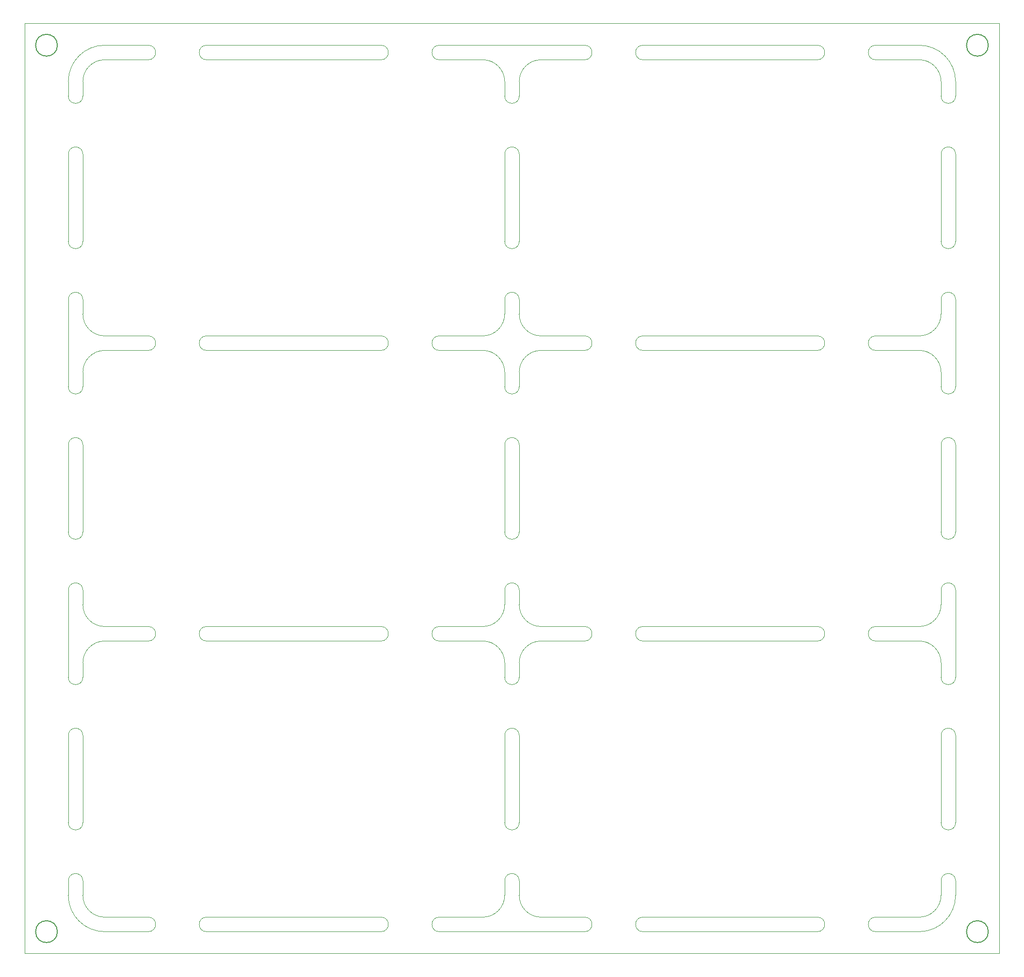
<source format=gbr>
%TF.GenerationSoftware,KiCad,Pcbnew,(5.99.0-9801-g46d71f0d23)*%
%TF.CreationDate,2021-03-17T23:59:57-04:00*%
%TF.ProjectId,PCB-S-Panelization,5043422d-532d-4506-916e-656c697a6174,rev?*%
%TF.SameCoordinates,Original*%
%TF.FileFunction,Profile,NP*%
%FSLAX46Y46*%
G04 Gerber Fmt 4.6, Leading zero omitted, Abs format (unit mm)*
G04 Created by KiCad (PCBNEW (5.99.0-9801-g46d71f0d23)) date 2021-03-17 23:59:57*
%MOMM*%
%LPD*%
G01*
G04 APERTURE LIST*
%TA.AperFunction,Profile*%
%ADD10C,0.100000*%
%TD*%
%TA.AperFunction,Profile*%
%ADD11C,0.127000*%
%TD*%
G04 APERTURE END LIST*
D10*
X181610000Y-85090000D02*
X181610000Y-82550000D01*
X29210000Y-173990000D02*
X29210000Y-171450000D01*
X105410000Y-161290000D02*
X105410000Y-146050000D01*
X175260000Y-177800000D02*
X167640000Y-177800000D01*
X167640000Y-25400000D02*
G75*
G03*
X167640000Y-27940000I0J-1270000D01*
G01*
X105410000Y-123190000D02*
X105410000Y-120650000D01*
X29210000Y-72390000D02*
X29210000Y-69850000D01*
X102870000Y-31750000D02*
G75*
G03*
X99060000Y-27940000I-3810000J0D01*
G01*
X157480000Y-180340000D02*
G75*
G03*
X157480000Y-177800000I0J1270000D01*
G01*
X99060000Y-177800000D02*
X91440000Y-177800000D01*
X40640000Y-27940000D02*
G75*
G03*
X40640000Y-25400000I0J1270000D01*
G01*
X105410000Y-59690000D02*
X105410000Y-44450000D01*
X181610000Y-72390000D02*
X181610000Y-82550000D01*
X29210000Y-161290000D02*
X29210000Y-146050000D01*
X102870000Y-120650000D02*
X102870000Y-123190000D01*
X189230000Y-21590000D02*
X19050000Y-21590000D01*
X19050000Y-184150000D02*
X189230000Y-184150000D01*
X102870000Y-82550000D02*
X102870000Y-85090000D01*
X33020000Y-129540000D02*
X40640000Y-129540000D01*
X127000000Y-25400000D02*
X157480000Y-25400000D01*
X116840000Y-76200000D02*
X109220000Y-76200000D01*
X99060000Y-78740000D02*
G75*
G02*
X102870000Y-82550000I0J-3810000D01*
G01*
X181610000Y-72390000D02*
X181610000Y-69850000D01*
X157480000Y-177800000D02*
X127000000Y-177800000D01*
X105410000Y-31750000D02*
G75*
G02*
X109220000Y-27940000I3810000J0D01*
G01*
X157480000Y-129540000D02*
G75*
G03*
X157480000Y-127000000I0J1270000D01*
G01*
X109220000Y-27940000D02*
X116840000Y-27940000D01*
X175260000Y-25400000D02*
X167640000Y-25400000D01*
X102870000Y-110490000D02*
G75*
G03*
X105410000Y-110490000I1270000J0D01*
G01*
X179070000Y-44450000D02*
X179070000Y-59690000D01*
X175260000Y-177800000D02*
G75*
G03*
X179070000Y-173990000I0J3810000D01*
G01*
D11*
X24765000Y-180340000D02*
G75*
G03*
X24765000Y-180340000I-1905000J0D01*
G01*
D10*
X91440000Y-180340000D02*
X116840000Y-180340000D01*
X26670000Y-82550000D02*
X26670000Y-85090000D01*
X81280000Y-180340000D02*
G75*
G03*
X81280000Y-177800000I0J1270000D01*
G01*
X40640000Y-76200000D02*
X33020000Y-76200000D01*
X175260000Y-127000000D02*
G75*
G03*
X179070000Y-123190000I0J3810000D01*
G01*
D11*
X187325000Y-25400000D02*
G75*
G03*
X187325000Y-25400000I-1905000J0D01*
G01*
D10*
X105410000Y-146050000D02*
G75*
G03*
X102870000Y-146050000I-1270000J0D01*
G01*
X116840000Y-177800000D02*
X109220000Y-177800000D01*
X167640000Y-127000000D02*
G75*
G03*
X167640000Y-129540000I0J-1270000D01*
G01*
X179070000Y-133350000D02*
X179070000Y-135890000D01*
X167640000Y-27940000D02*
X175260000Y-27940000D01*
X105410000Y-95250000D02*
G75*
G03*
X102870000Y-95250000I-1270000J0D01*
G01*
X179070000Y-146050000D02*
X179070000Y-161290000D01*
X29210000Y-171450000D02*
G75*
G03*
X26670000Y-171450000I-1270000J0D01*
G01*
X91440000Y-25400000D02*
G75*
G03*
X91440000Y-27940000I0J-1270000D01*
G01*
X50800000Y-129540000D02*
X81280000Y-129540000D01*
X179070000Y-110490000D02*
G75*
G03*
X181610000Y-110490000I1270000J0D01*
G01*
X181610000Y-123190000D02*
X181610000Y-133350000D01*
X109220000Y-129540000D02*
G75*
G03*
X105410000Y-133350000I0J-3810000D01*
G01*
X50800000Y-127000000D02*
G75*
G03*
X50800000Y-129540000I0J-1270000D01*
G01*
X181610000Y-171450000D02*
G75*
G03*
X179070000Y-171450000I-1270000J0D01*
G01*
X40640000Y-127000000D02*
X33020000Y-127000000D01*
X105410000Y-110490000D02*
X105410000Y-95250000D01*
X102870000Y-161290000D02*
G75*
G03*
X105410000Y-161290000I1270000J0D01*
G01*
X179070000Y-82550000D02*
G75*
G03*
X175260000Y-78740000I-3810000J0D01*
G01*
X181610000Y-161290000D02*
X181610000Y-146050000D01*
X81280000Y-177800000D02*
X50800000Y-177800000D01*
X26670000Y-120650000D02*
X26670000Y-123190000D01*
X179070000Y-135890000D02*
G75*
G03*
X181610000Y-135890000I1270000J0D01*
G01*
X33020000Y-25400000D02*
G75*
G03*
X26670000Y-31750000I0J-6350000D01*
G01*
X102870000Y-59690000D02*
G75*
G03*
X105410000Y-59690000I1270000J0D01*
G01*
X181610000Y-31750000D02*
G75*
G03*
X175260000Y-25400000I-6350000J0D01*
G01*
X179070000Y-85090000D02*
G75*
G03*
X181610000Y-85090000I1270000J0D01*
G01*
X91440000Y-78740000D02*
X99060000Y-78740000D01*
X29210000Y-173990000D02*
G75*
G03*
X33020000Y-177800000I3810000J0D01*
G01*
D11*
X24765000Y-25400000D02*
G75*
G03*
X24765000Y-25400000I-1905000J0D01*
G01*
D10*
X116840000Y-129540000D02*
G75*
G03*
X116840000Y-127000000I0J1270000D01*
G01*
X105410000Y-173990000D02*
X105410000Y-171450000D01*
X175260000Y-76200000D02*
X167640000Y-76200000D01*
X179070000Y-34290000D02*
G75*
G03*
X181610000Y-34290000I1270000J0D01*
G01*
X181610000Y-120650000D02*
G75*
G03*
X179070000Y-120650000I-1270000J0D01*
G01*
X105410000Y-44450000D02*
G75*
G03*
X102870000Y-44450000I-1270000J0D01*
G01*
X99060000Y-129540000D02*
G75*
G02*
X102870000Y-133350000I0J-3810000D01*
G01*
X175260000Y-127000000D02*
X167640000Y-127000000D01*
X127000000Y-78740000D02*
X157480000Y-78740000D01*
X29210000Y-95250000D02*
G75*
G03*
X26670000Y-95250000I-1270000J0D01*
G01*
X29210000Y-123190000D02*
G75*
G03*
X33020000Y-127000000I3810000J0D01*
G01*
X181610000Y-34290000D02*
X181610000Y-31750000D01*
X179070000Y-31750000D02*
X179070000Y-34290000D01*
X50800000Y-177800000D02*
G75*
G03*
X50800000Y-180340000I0J-1270000D01*
G01*
X91440000Y-127000000D02*
G75*
G03*
X91440000Y-129540000I0J-1270000D01*
G01*
X179070000Y-171450000D02*
X179070000Y-173990000D01*
X81280000Y-27940000D02*
G75*
G03*
X81280000Y-25400000I0J1270000D01*
G01*
X181610000Y-59690000D02*
X181610000Y-44450000D01*
X91440000Y-129540000D02*
X99060000Y-129540000D01*
X127000000Y-129540000D02*
X157480000Y-129540000D01*
X157480000Y-27940000D02*
G75*
G03*
X157480000Y-25400000I0J1270000D01*
G01*
X40640000Y-180340000D02*
X33020000Y-180340000D01*
X179070000Y-69850000D02*
X179070000Y-72390000D01*
X29210000Y-120650000D02*
G75*
G03*
X26670000Y-120650000I-1270000J0D01*
G01*
X50800000Y-27940000D02*
X81280000Y-27940000D01*
X29210000Y-44450000D02*
G75*
G03*
X26670000Y-44450000I-1270000J0D01*
G01*
X105410000Y-171450000D02*
G75*
G03*
X102870000Y-171450000I-1270000J0D01*
G01*
X116840000Y-25400000D02*
X91440000Y-25400000D01*
X81280000Y-76200000D02*
X50800000Y-76200000D01*
X26670000Y-146050000D02*
X26670000Y-161290000D01*
X181610000Y-173990000D02*
X181610000Y-171450000D01*
X102870000Y-44450000D02*
X102870000Y-59690000D01*
X105410000Y-120650000D02*
G75*
G03*
X102870000Y-120650000I-1270000J0D01*
G01*
X26670000Y-123190000D02*
X26670000Y-133350000D01*
X19050000Y-21590000D02*
X19050000Y-184150000D01*
X29210000Y-123190000D02*
X29210000Y-120650000D01*
X116840000Y-78740000D02*
G75*
G03*
X116840000Y-76200000I0J1270000D01*
G01*
X181610000Y-44450000D02*
G75*
G03*
X179070000Y-44450000I-1270000J0D01*
G01*
X26670000Y-59690000D02*
G75*
G03*
X29210000Y-59690000I1270000J0D01*
G01*
X157480000Y-78740000D02*
G75*
G03*
X157480000Y-76200000I0J1270000D01*
G01*
X179070000Y-82550000D02*
X179070000Y-85090000D01*
X40640000Y-129540000D02*
G75*
G03*
X40640000Y-127000000I0J1270000D01*
G01*
X181610000Y-95250000D02*
G75*
G03*
X179070000Y-95250000I-1270000J0D01*
G01*
X102870000Y-34290000D02*
G75*
G03*
X105410000Y-34290000I1270000J0D01*
G01*
X157480000Y-76200000D02*
X127000000Y-76200000D01*
X40640000Y-25400000D02*
X33020000Y-25400000D01*
X81280000Y-78740000D02*
G75*
G03*
X81280000Y-76200000I0J1270000D01*
G01*
X33020000Y-27940000D02*
X40640000Y-27940000D01*
X127000000Y-76200000D02*
G75*
G03*
X127000000Y-78740000I0J-1270000D01*
G01*
X167640000Y-129540000D02*
X175260000Y-129540000D01*
X33020000Y-78740000D02*
X40640000Y-78740000D01*
X26670000Y-173990000D02*
G75*
G03*
X33020000Y-180340000I6350000J0D01*
G01*
X105410000Y-72390000D02*
G75*
G03*
X109220000Y-76200000I3810000J0D01*
G01*
X102870000Y-135890000D02*
G75*
G03*
X105410000Y-135890000I1270000J0D01*
G01*
X29210000Y-31750000D02*
G75*
G02*
X33020000Y-27940000I3810000J0D01*
G01*
X81280000Y-129540000D02*
G75*
G03*
X81280000Y-127000000I0J1270000D01*
G01*
X105410000Y-34290000D02*
X105410000Y-31750000D01*
X179070000Y-59690000D02*
G75*
G03*
X181610000Y-59690000I1270000J0D01*
G01*
X29210000Y-133350000D02*
G75*
G02*
X33020000Y-129540000I3810000J0D01*
G01*
X29210000Y-82550000D02*
G75*
G02*
X33020000Y-78740000I3810000J0D01*
G01*
X102870000Y-69850000D02*
X102870000Y-72390000D01*
X26670000Y-95250000D02*
X26670000Y-110490000D01*
X109220000Y-78740000D02*
X116840000Y-78740000D01*
X116840000Y-27940000D02*
G75*
G03*
X116840000Y-25400000I0J1270000D01*
G01*
X102870000Y-146050000D02*
X102870000Y-161290000D01*
X116840000Y-180340000D02*
G75*
G03*
X116840000Y-177800000I0J1270000D01*
G01*
X167640000Y-78740000D02*
X175260000Y-78740000D01*
X179070000Y-72390000D02*
G75*
G02*
X175260000Y-76200000I-3810000J0D01*
G01*
X81280000Y-180340000D02*
X50800000Y-180340000D01*
X29210000Y-69850000D02*
G75*
G03*
X26670000Y-69850000I-1270000J0D01*
G01*
X175260000Y-180340000D02*
G75*
G03*
X181610000Y-173990000I0J6350000D01*
G01*
X102870000Y-85090000D02*
G75*
G03*
X105410000Y-85090000I1270000J0D01*
G01*
X179070000Y-95250000D02*
X179070000Y-110490000D01*
X91440000Y-27940000D02*
X99060000Y-27940000D01*
X167640000Y-76200000D02*
G75*
G03*
X167640000Y-78740000I0J-1270000D01*
G01*
X40640000Y-78740000D02*
G75*
G03*
X40640000Y-76200000I0J1270000D01*
G01*
X40640000Y-177800000D02*
X33020000Y-177800000D01*
X102870000Y-72390000D02*
G75*
G02*
X99060000Y-76200000I-3810000J0D01*
G01*
X105410000Y-69850000D02*
G75*
G03*
X102870000Y-69850000I-1270000J0D01*
G01*
X167640000Y-180340000D02*
X175260000Y-180340000D01*
X175260000Y-27940000D02*
G75*
G02*
X179070000Y-31750000I0J-3810000D01*
G01*
X105410000Y-85090000D02*
X105410000Y-82550000D01*
X50800000Y-25400000D02*
G75*
G03*
X50800000Y-27940000I0J-1270000D01*
G01*
X157480000Y-180340000D02*
X127000000Y-180340000D01*
X105410000Y-123190000D02*
G75*
G03*
X109220000Y-127000000I3810000J0D01*
G01*
X181610000Y-69850000D02*
G75*
G03*
X179070000Y-69850000I-1270000J0D01*
G01*
X157480000Y-127000000D02*
X127000000Y-127000000D01*
X99060000Y-76200000D02*
X91440000Y-76200000D01*
X105410000Y-72390000D02*
X105410000Y-69850000D01*
X26670000Y-110490000D02*
G75*
G03*
X29210000Y-110490000I1270000J0D01*
G01*
X109220000Y-78740000D02*
G75*
G03*
X105410000Y-82550000I0J-3810000D01*
G01*
X109220000Y-129540000D02*
X116840000Y-129540000D01*
X26670000Y-161290000D02*
G75*
G03*
X29210000Y-161290000I1270000J0D01*
G01*
X29210000Y-85090000D02*
X29210000Y-82550000D01*
X102870000Y-95250000D02*
X102870000Y-110490000D01*
X40640000Y-180340000D02*
G75*
G03*
X40640000Y-177800000I0J1270000D01*
G01*
X81280000Y-127000000D02*
X50800000Y-127000000D01*
X102870000Y-31750000D02*
X102870000Y-34290000D01*
X181610000Y-110490000D02*
X181610000Y-95250000D01*
X116840000Y-127000000D02*
X109220000Y-127000000D01*
D11*
X187325000Y-180340000D02*
G75*
G03*
X187325000Y-180340000I-1905000J0D01*
G01*
D10*
X26670000Y-72390000D02*
X26670000Y-82550000D01*
X102870000Y-171450000D02*
X102870000Y-173990000D01*
X179070000Y-120650000D02*
X179070000Y-123190000D01*
X181610000Y-123190000D02*
X181610000Y-120650000D01*
X50800000Y-25400000D02*
X81280000Y-25400000D01*
X127000000Y-127000000D02*
G75*
G03*
X127000000Y-129540000I0J-1270000D01*
G01*
X26670000Y-135890000D02*
G75*
G03*
X29210000Y-135890000I1270000J0D01*
G01*
X189230000Y-184150000D02*
X189230000Y-21590000D01*
X179070000Y-133350000D02*
G75*
G03*
X175260000Y-129540000I-3810000J0D01*
G01*
X91440000Y-177800000D02*
G75*
G03*
X91440000Y-180340000I0J-1270000D01*
G01*
X26670000Y-31750000D02*
X26670000Y-34290000D01*
X99060000Y-127000000D02*
X91440000Y-127000000D01*
X29210000Y-135890000D02*
X29210000Y-133350000D01*
X26670000Y-85090000D02*
G75*
G03*
X29210000Y-85090000I1270000J0D01*
G01*
X29210000Y-34290000D02*
X29210000Y-31750000D01*
X26670000Y-69850000D02*
X26670000Y-72390000D01*
X33020000Y-76200000D02*
G75*
G02*
X29210000Y-72390000I0J3810000D01*
G01*
X127000000Y-177800000D02*
G75*
G03*
X127000000Y-180340000I0J-1270000D01*
G01*
X26670000Y-34290000D02*
G75*
G03*
X29210000Y-34290000I1270000J0D01*
G01*
X102870000Y-173990000D02*
G75*
G02*
X99060000Y-177800000I-3810000J0D01*
G01*
X26670000Y-171450000D02*
X26670000Y-173990000D01*
X105410000Y-173990000D02*
G75*
G03*
X109220000Y-177800000I3810000J0D01*
G01*
X29210000Y-110490000D02*
X29210000Y-95250000D01*
X29210000Y-146050000D02*
G75*
G03*
X26670000Y-146050000I-1270000J0D01*
G01*
X167640000Y-177800000D02*
G75*
G03*
X167640000Y-180340000I0J-1270000D01*
G01*
X179070000Y-161290000D02*
G75*
G03*
X181610000Y-161290000I1270000J0D01*
G01*
X127000000Y-25400000D02*
G75*
G03*
X127000000Y-27940000I0J-1270000D01*
G01*
X26670000Y-133350000D02*
X26670000Y-135890000D01*
X26670000Y-44450000D02*
X26670000Y-59690000D01*
X181610000Y-135890000D02*
X181610000Y-133350000D01*
X181610000Y-146050000D02*
G75*
G03*
X179070000Y-146050000I-1270000J0D01*
G01*
X102870000Y-133350000D02*
X102870000Y-135890000D01*
X127000000Y-27940000D02*
X157480000Y-27940000D01*
X50800000Y-76200000D02*
G75*
G03*
X50800000Y-78740000I0J-1270000D01*
G01*
X29210000Y-59690000D02*
X29210000Y-44450000D01*
X50800000Y-78740000D02*
X81280000Y-78740000D01*
X105410000Y-135890000D02*
X105410000Y-133350000D01*
X91440000Y-76200000D02*
G75*
G03*
X91440000Y-78740000I0J-1270000D01*
G01*
X102870000Y-123190000D02*
G75*
G02*
X99060000Y-127000000I-3810000J0D01*
G01*
M02*

</source>
